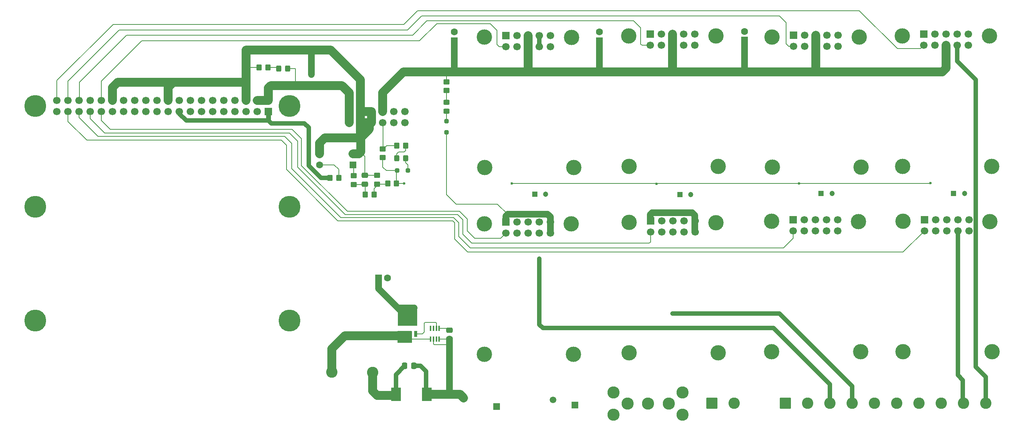
<source format=gbr>
%TF.GenerationSoftware,KiCad,Pcbnew,9.0.3*%
%TF.CreationDate,2025-07-22T13:00:59-05:00*%
%TF.ProjectId,Garden PCB,47617264-656e-4205-9043-422e6b696361,rev?*%
%TF.SameCoordinates,Original*%
%TF.FileFunction,Copper,L1,Top*%
%TF.FilePolarity,Positive*%
%FSLAX46Y46*%
G04 Gerber Fmt 4.6, Leading zero omitted, Abs format (unit mm)*
G04 Created by KiCad (PCBNEW 9.0.3) date 2025-07-22 13:00:59*
%MOMM*%
%LPD*%
G01*
G04 APERTURE LIST*
G04 Aperture macros list*
%AMRoundRect*
0 Rectangle with rounded corners*
0 $1 Rounding radius*
0 $2 $3 $4 $5 $6 $7 $8 $9 X,Y pos of 4 corners*
0 Add a 4 corners polygon primitive as box body*
4,1,4,$2,$3,$4,$5,$6,$7,$8,$9,$2,$3,0*
0 Add four circle primitives for the rounded corners*
1,1,$1+$1,$2,$3*
1,1,$1+$1,$4,$5*
1,1,$1+$1,$6,$7*
1,1,$1+$1,$8,$9*
0 Add four rect primitives between the rounded corners*
20,1,$1+$1,$2,$3,$4,$5,0*
20,1,$1+$1,$4,$5,$6,$7,0*
20,1,$1+$1,$6,$7,$8,$9,0*
20,1,$1+$1,$8,$9,$2,$3,0*%
G04 Aperture macros list end*
%TA.AperFunction,Conductor*%
%ADD10C,0.200000*%
%TD*%
%TA.AperFunction,SMDPad,CuDef*%
%ADD11R,2.200000X3.150000*%
%TD*%
%TA.AperFunction,ComponentPad*%
%ADD12C,2.600000*%
%TD*%
%TA.AperFunction,ConnectorPad*%
%ADD13C,3.500000*%
%TD*%
%TA.AperFunction,SMDPad,CuDef*%
%ADD14RoundRect,0.250000X-0.475000X0.337500X-0.475000X-0.337500X0.475000X-0.337500X0.475000X0.337500X0*%
%TD*%
%TA.AperFunction,ComponentPad*%
%ADD15R,1.700000X1.700000*%
%TD*%
%TA.AperFunction,ComponentPad*%
%ADD16C,1.700000*%
%TD*%
%TA.AperFunction,ComponentPad*%
%ADD17C,0.800000*%
%TD*%
%TA.AperFunction,ComponentPad*%
%ADD18C,5.000000*%
%TD*%
%TA.AperFunction,SMDPad,CuDef*%
%ADD19RoundRect,0.250000X0.325000X0.450000X-0.325000X0.450000X-0.325000X-0.450000X0.325000X-0.450000X0*%
%TD*%
%TA.AperFunction,SMDPad,CuDef*%
%ADD20RoundRect,0.250000X0.475000X-0.337500X0.475000X0.337500X-0.475000X0.337500X-0.475000X-0.337500X0*%
%TD*%
%TA.AperFunction,SMDPad,CuDef*%
%ADD21RoundRect,0.250000X-0.450000X0.350000X-0.450000X-0.350000X0.450000X-0.350000X0.450000X0.350000X0*%
%TD*%
%TA.AperFunction,SMDPad,CuDef*%
%ADD22RoundRect,0.250000X0.250000X-0.250000X0.250000X0.250000X-0.250000X0.250000X-0.250000X-0.250000X0*%
%TD*%
%TA.AperFunction,SMDPad,CuDef*%
%ADD23RoundRect,0.250000X-0.350000X-0.450000X0.350000X-0.450000X0.350000X0.450000X-0.350000X0.450000X0*%
%TD*%
%TA.AperFunction,ComponentPad*%
%ADD24R,1.200000X1.200000*%
%TD*%
%TA.AperFunction,ComponentPad*%
%ADD25C,1.200000*%
%TD*%
%TA.AperFunction,ComponentPad*%
%ADD26RoundRect,0.250000X0.550000X0.550000X-0.550000X0.550000X-0.550000X-0.550000X0.550000X-0.550000X0*%
%TD*%
%TA.AperFunction,ComponentPad*%
%ADD27C,1.600000*%
%TD*%
%TA.AperFunction,ComponentPad*%
%ADD28RoundRect,0.250000X0.550000X-0.550000X0.550000X0.550000X-0.550000X0.550000X-0.550000X-0.550000X0*%
%TD*%
%TA.AperFunction,SMDPad,CuDef*%
%ADD29RoundRect,0.250000X-0.337500X-0.475000X0.337500X-0.475000X0.337500X0.475000X-0.337500X0.475000X0*%
%TD*%
%TA.AperFunction,ComponentPad*%
%ADD30RoundRect,0.250000X-0.550000X-0.550000X0.550000X-0.550000X0.550000X0.550000X-0.550000X0.550000X0*%
%TD*%
%TA.AperFunction,SMDPad,CuDef*%
%ADD31RoundRect,0.250000X0.450000X-0.325000X0.450000X0.325000X-0.450000X0.325000X-0.450000X-0.325000X0*%
%TD*%
%TA.AperFunction,ComponentPad*%
%ADD32R,1.515000X1.515000*%
%TD*%
%TA.AperFunction,ComponentPad*%
%ADD33C,1.515000*%
%TD*%
%TA.AperFunction,SMDPad,CuDef*%
%ADD34R,0.450000X1.200000*%
%TD*%
%TA.AperFunction,SMDPad,CuDef*%
%ADD35RoundRect,0.250000X-0.250000X-0.250000X0.250000X-0.250000X0.250000X0.250000X-0.250000X0.250000X0*%
%TD*%
%TA.AperFunction,ComponentPad*%
%ADD36C,2.775000*%
%TD*%
%TA.AperFunction,SMDPad,CuDef*%
%ADD37R,0.710000X1.372000*%
%TD*%
%TA.AperFunction,SMDPad,CuDef*%
%ADD38R,0.710000X0.590000*%
%TD*%
%TA.AperFunction,SMDPad,CuDef*%
%ADD39R,4.520000X3.850000*%
%TD*%
%TA.AperFunction,ComponentPad*%
%ADD40RoundRect,0.250000X-1.050000X-1.050000X1.050000X-1.050000X1.050000X1.050000X-1.050000X1.050000X0*%
%TD*%
%TA.AperFunction,SMDPad,CuDef*%
%ADD41RoundRect,0.250000X0.450000X-0.350000X0.450000X0.350000X-0.450000X0.350000X-0.450000X-0.350000X0*%
%TD*%
%TA.AperFunction,SMDPad,CuDef*%
%ADD42RoundRect,0.250000X0.350000X0.450000X-0.350000X0.450000X-0.350000X-0.450000X0.350000X-0.450000X0*%
%TD*%
%TA.AperFunction,ViaPad*%
%ADD43C,0.600000*%
%TD*%
%TA.AperFunction,Conductor*%
%ADD44C,2.032000*%
%TD*%
%TA.AperFunction,Conductor*%
%ADD45C,1.524000*%
%TD*%
%TA.AperFunction,Conductor*%
%ADD46C,1.016000*%
%TD*%
G04 APERTURE END LIST*
%TO.N,Net-(IC1-EN)*%
D10*
X166695000Y-147635000D02*
X169795000Y-147635000D01*
X169795000Y-150135000D01*
X166695000Y-150135000D01*
X166695000Y-147635000D01*
%TA.AperFunction,Conductor*%
G36*
X166695000Y-147635000D02*
G01*
X169795000Y-147635000D01*
X169795000Y-150135000D01*
X166695000Y-150135000D01*
X166695000Y-147635000D01*
G37*
%TD.AperFunction*%
%TD*%
D11*
%TO.P,TVS1,1,1*%
%TO.N,Net-(C6-Pad1)*%
X166300000Y-162050000D03*
%TO.P,TVS1,2,2*%
%TO.N,GND*%
X173300000Y-162050000D03*
%TD*%
D12*
%TO.P,REF\u002A\u002A,1*%
%TO.N,N/C*%
X251950000Y-122480000D03*
D13*
X251950000Y-122480000D03*
%TD*%
D12*
%TO.P,REF\u002A\u002A,1*%
%TO.N,N/C*%
X301650000Y-80150000D03*
D13*
X301650000Y-80150000D03*
%TD*%
D14*
%TO.P,VCAP1,1*%
%TO.N,Net-(IC1-SOURCE)*%
X178495000Y-147347500D03*
%TO.P,VCAP1,2*%
%TO.N,GND*%
X178495000Y-149422500D03*
%TD*%
D15*
%TO.P,J8,1,Pin_1*%
%TO.N,GND*%
X256850000Y-122110000D03*
D16*
%TO.P,J8,2,Pin_2*%
%TO.N,/GPIO19*%
X256850000Y-124650000D03*
%TO.P,J8,3,Pin_3*%
%TO.N,unconnected-(J8-Pin_3-Pad3)*%
X259390000Y-122110000D03*
%TO.P,J8,4,Pin_4*%
%TO.N,/FAIL*%
X259390000Y-124650000D03*
%TO.P,J8,5,Pin_5*%
%TO.N,+12V*%
X261930000Y-122110000D03*
%TO.P,J8,6,Pin_6*%
X261930000Y-124650000D03*
%TO.P,J8,7,Pin_7*%
%TO.N,/OUT5*%
X264470000Y-122110000D03*
%TO.P,J8,8,Pin_8*%
X264470000Y-124650000D03*
%TO.P,J8,9,Pin_9*%
%TO.N,GND*%
X267010000Y-122110000D03*
%TO.P,J8,10,Pin_10*%
X267010000Y-124650000D03*
%TD*%
D17*
%TO.P,MH5,1*%
%TO.N,N/C*%
X82125000Y-145150000D03*
X82674175Y-143824175D03*
X82674175Y-146475825D03*
X84000000Y-143275000D03*
D18*
X84000000Y-145150000D03*
D17*
X84000000Y-147025000D03*
X85325825Y-143824175D03*
X85325825Y-146475825D03*
X85875000Y-145150000D03*
%TD*%
%TO.P,MH3,1*%
%TO.N,N/C*%
X140125000Y-119200000D03*
X140674175Y-117874175D03*
X140674175Y-120525825D03*
X142000000Y-117325000D03*
D18*
X142000000Y-119200000D03*
D17*
X142000000Y-121075000D03*
X143325825Y-117874175D03*
X143325825Y-120525825D03*
X143875000Y-119200000D03*
%TD*%
D19*
%TO.P,LED1,1,K*%
%TO.N,Net-(D2-A)*%
X168500000Y-108075000D03*
%TO.P,LED1,2,A*%
%TO.N,Net-(LED1-A)*%
X166450000Y-108075000D03*
%TD*%
D15*
%TO.P,J1,1,Pin_1*%
%TO.N,+3V3*%
X137180000Y-97450000D03*
D16*
%TO.P,J1,2,Pin_2*%
%TO.N,+5V*%
X137180000Y-94910000D03*
%TO.P,J1,3,Pin_3*%
%TO.N,/GPIO2{slash}SDA1*%
X134640000Y-97450000D03*
%TO.P,J1,4,Pin_4*%
%TO.N,+5V*%
X134640000Y-94910000D03*
%TO.P,J1,5,Pin_5*%
%TO.N,/GPIO3{slash}SCL1*%
X132100000Y-97450000D03*
%TO.P,J1,6,Pin_6*%
%TO.N,GND*%
X132100000Y-94910000D03*
%TO.P,J1,7,Pin_7*%
%TO.N,/GPIO4{slash}GPCLK0*%
X129560000Y-97450000D03*
%TO.P,J1,8,Pin_8*%
%TO.N,/GPIO14{slash}TXD0*%
X129560000Y-94910000D03*
%TO.P,J1,9,Pin_9*%
%TO.N,GND*%
X127020000Y-97450000D03*
%TO.P,J1,10,Pin_10*%
%TO.N,/GPIO15{slash}RXD0*%
X127020000Y-94910000D03*
%TO.P,J1,11,Pin_11*%
%TO.N,/GPIO17*%
X124480000Y-97450000D03*
%TO.P,J1,12,Pin_12*%
%TO.N,/GPIO18{slash}PCM.CLK*%
X124480000Y-94910000D03*
%TO.P,J1,13,Pin_13*%
%TO.N,/GPIO27*%
X121940000Y-97450000D03*
%TO.P,J1,14,Pin_14*%
%TO.N,GND*%
X121940000Y-94910000D03*
%TO.P,J1,15,Pin_15*%
%TO.N,/GPIO22*%
X119400000Y-97450000D03*
%TO.P,J1,16,Pin_16*%
%TO.N,/GPIO23*%
X119400000Y-94910000D03*
%TO.P,J1,17,Pin_17*%
%TO.N,+3V3*%
X116860000Y-97450000D03*
%TO.P,J1,18,Pin_18*%
%TO.N,/GPIO24*%
X116860000Y-94910000D03*
%TO.P,J1,19,Pin_19*%
%TO.N,/GPIO10{slash}SPI0.MOSI*%
X114320000Y-97450000D03*
%TO.P,J1,20,Pin_20*%
%TO.N,GND*%
X114320000Y-94910000D03*
%TO.P,J1,21,Pin_21*%
%TO.N,/GPIO9{slash}SPI0.MISO*%
X111780000Y-97450000D03*
%TO.P,J1,22,Pin_22*%
%TO.N,/GPIO25*%
X111780000Y-94910000D03*
%TO.P,J1,23,Pin_23*%
%TO.N,/GPIO11{slash}SPI0.SCLK*%
X109240000Y-97450000D03*
%TO.P,J1,24,Pin_24*%
%TO.N,/GPIO8{slash}SPI0.CE0*%
X109240000Y-94910000D03*
%TO.P,J1,25,Pin_25*%
%TO.N,GND*%
X106700000Y-97450000D03*
%TO.P,J1,26,Pin_26*%
%TO.N,/GPIO7{slash}SPI0.CE1*%
X106700000Y-94910000D03*
%TO.P,J1,27,Pin_27*%
%TO.N,/ID_SDA*%
X104160000Y-97450000D03*
%TO.P,J1,28,Pin_28*%
%TO.N,/ID_SCL*%
X104160000Y-94910000D03*
%TO.P,J1,29,Pin_29*%
%TO.N,/GPIO5*%
X101620000Y-97450000D03*
%TO.P,J1,30,Pin_30*%
%TO.N,GND*%
X101620000Y-94910000D03*
%TO.P,J1,31,Pin_31*%
%TO.N,/GPIO6*%
X99080000Y-97450000D03*
%TO.P,J1,32,Pin_32*%
%TO.N,/GPIO12*%
X99080000Y-94910000D03*
%TO.P,J1,33,Pin_33*%
%TO.N,/GPIO13*%
X96540000Y-97450000D03*
%TO.P,J1,34,Pin_34*%
%TO.N,GND*%
X96540000Y-94910000D03*
%TO.P,J1,35,Pin_35*%
%TO.N,/GPIO19*%
X94000000Y-97450000D03*
%TO.P,J1,36,Pin_36*%
%TO.N,/GPIO16*%
X94000000Y-94910000D03*
%TO.P,J1,37,Pin_37*%
%TO.N,/GPIO26*%
X91460000Y-97450000D03*
%TO.P,J1,38,Pin_38*%
%TO.N,/GPIO20*%
X91460000Y-94910000D03*
%TO.P,J1,39,Pin_39*%
%TO.N,GND*%
X88920000Y-97450000D03*
%TO.P,J1,40,Pin_40*%
%TO.N,/GPIO21*%
X88920000Y-94910000D03*
%TD*%
D20*
%TO.P,C3,1*%
%TO.N,Net-(C3-Pad1)*%
X159200000Y-114025000D03*
%TO.P,C3,2*%
%TO.N,GND*%
X159200000Y-111950000D03*
%TD*%
D15*
%TO.P,J9,1,Pin_1*%
%TO.N,GND*%
X286700000Y-79730000D03*
D16*
%TO.P,J9,2,Pin_2*%
%TO.N,/GPIO21*%
X286700000Y-82270000D03*
%TO.P,J9,3,Pin_3*%
%TO.N,unconnected-(J9-Pin_3-Pad3)*%
X289240000Y-79730000D03*
%TO.P,J9,4,Pin_4*%
%TO.N,/FAIL*%
X289240000Y-82270000D03*
%TO.P,J9,5,Pin_5*%
%TO.N,+12V*%
X291780000Y-79730000D03*
%TO.P,J9,6,Pin_6*%
X291780000Y-82270000D03*
%TO.P,J9,7,Pin_7*%
%TO.N,/OUT8*%
X294320000Y-79730000D03*
%TO.P,J9,8,Pin_8*%
X294320000Y-82270000D03*
%TO.P,J9,9,Pin_9*%
%TO.N,GND*%
X296860000Y-79730000D03*
%TO.P,J9,10,Pin_10*%
X296860000Y-82270000D03*
%TD*%
D12*
%TO.P,REF\u002A\u002A,1*%
%TO.N,N/C*%
X301750000Y-122530000D03*
D13*
X301750000Y-122530000D03*
%TD*%
D15*
%TO.P,J5,1,Pin_1*%
%TO.N,GND*%
X224300000Y-79730000D03*
D16*
%TO.P,J5,2,Pin_2*%
%TO.N,/GPIO16*%
X224300000Y-82270000D03*
%TO.P,J5,3,Pin_3*%
%TO.N,unconnected-(J5-Pin_3-Pad3)*%
X226840000Y-79730000D03*
%TO.P,J5,4,Pin_4*%
%TO.N,/FAIL*%
X226840000Y-82270000D03*
%TO.P,J5,5,Pin_5*%
%TO.N,+12V*%
X229380000Y-79730000D03*
%TO.P,J5,6,Pin_6*%
X229380000Y-82270000D03*
%TO.P,J5,7,Pin_7*%
%TO.N,/OUT4*%
X231920000Y-79730000D03*
%TO.P,J5,8,Pin_8*%
X231920000Y-82270000D03*
%TO.P,J5,9,Pin_9*%
%TO.N,GND*%
X234460000Y-79730000D03*
%TO.P,J5,10,Pin_10*%
X234460000Y-82270000D03*
%TD*%
D12*
%TO.P,REF\u002A\u002A,1*%
%TO.N,N/C*%
X302250000Y-152280000D03*
D13*
X302250000Y-152280000D03*
%TD*%
D21*
%TO.P,R7,1*%
%TO.N,Net-(R7-Pad1)*%
X156600000Y-112075000D03*
%TO.P,R7,2*%
%TO.N,Net-(C3-Pad1)*%
X156600000Y-114075000D03*
%TD*%
D22*
%TO.P,D1,1,K*%
%TO.N,GND*%
X177830000Y-102150000D03*
%TO.P,D1,2,A*%
%TO.N,Net-(D1-A)*%
X177830000Y-99650000D03*
%TD*%
D12*
%TO.P,REF\u002A\u002A,1*%
%TO.N,N/C*%
X281900000Y-122480000D03*
D13*
X281900000Y-122480000D03*
%TD*%
D23*
%TO.P,R8,1*%
%TO.N,Net-(C3-Pad1)*%
X159250000Y-116375000D03*
%TO.P,R8,2*%
%TO.N,Net-(R10-Pad1)*%
X161250000Y-116375000D03*
%TD*%
D19*
%TO.P,LED3,1,K*%
%TO.N,+5V*%
X141550000Y-87550000D03*
%TO.P,LED3,2,A*%
%TO.N,Net-(LED3-A)*%
X139500000Y-87550000D03*
%TD*%
D17*
%TO.P,MH1,1*%
%TO.N,N/C*%
X82125000Y-96150000D03*
X82674175Y-94824175D03*
X82674175Y-97475825D03*
X84000000Y-94275000D03*
D18*
X84000000Y-96150000D03*
D17*
X84000000Y-98025000D03*
X85325825Y-94824175D03*
X85325825Y-97475825D03*
X85875000Y-96150000D03*
%TD*%
D24*
%TO.P,C10,1*%
%TO.N,+12V*%
X293450000Y-116150000D03*
D25*
%TO.P,C10,2*%
%TO.N,GND*%
X295950000Y-116150000D03*
%TD*%
D21*
%TO.P,R12,1*%
%TO.N,+12V*%
X163225000Y-105925000D03*
%TO.P,R12,2*%
%TO.N,/FAIL*%
X163225000Y-107925000D03*
%TD*%
D26*
%TO.P,U1,1*%
%TO.N,Net-(R7-Pad1)*%
X156470000Y-109565000D03*
D27*
%TO.P,U1,2*%
%TO.N,GND*%
X156470000Y-107025000D03*
%TO.P,U1,3*%
X148850000Y-107025000D03*
%TO.P,U1,4*%
%TO.N,/GPIO17*%
X148850000Y-109565000D03*
%TD*%
D15*
%TO.P,J7,1,Pin_1*%
%TO.N,GND*%
X256950000Y-79980000D03*
D16*
%TO.P,J7,2,Pin_2*%
%TO.N,/GPIO20*%
X256950000Y-82520000D03*
%TO.P,J7,3,Pin_3*%
%TO.N,unconnected-(J7-Pin_3-Pad3)*%
X259490000Y-79980000D03*
%TO.P,J7,4,Pin_4*%
%TO.N,/FAIL*%
X259490000Y-82520000D03*
%TO.P,J7,5,Pin_5*%
%TO.N,+12V*%
X262030000Y-79980000D03*
%TO.P,J7,6,Pin_6*%
X262030000Y-82520000D03*
%TO.P,J7,7,Pin_7*%
%TO.N,/OUT6*%
X264570000Y-79980000D03*
%TO.P,J7,8,Pin_8*%
X264570000Y-82520000D03*
%TO.P,J7,9,Pin_9*%
%TO.N,GND*%
X267110000Y-79980000D03*
%TO.P,J7,10,Pin_10*%
X267110000Y-82520000D03*
%TD*%
D12*
%TO.P,REF\u002A\u002A,1*%
%TO.N,N/C*%
X206800000Y-110200000D03*
D13*
X206800000Y-110200000D03*
%TD*%
D15*
%TO.P,J3,1,Pin_1*%
%TO.N,GND*%
X191300000Y-122680000D03*
D16*
%TO.P,J3,2,Pin_2*%
%TO.N,/GPIO6*%
X191300000Y-125220000D03*
%TO.P,J3,3,Pin_3*%
%TO.N,unconnected-(J3-Pin_3-Pad3)*%
X193840000Y-122680000D03*
%TO.P,J3,4,Pin_4*%
%TO.N,/FAIL*%
X193840000Y-125220000D03*
%TO.P,J3,5,Pin_5*%
%TO.N,+12V*%
X196380000Y-122680000D03*
%TO.P,J3,6,Pin_6*%
X196380000Y-125220000D03*
%TO.P,J3,7,Pin_7*%
%TO.N,/OUT1*%
X198920000Y-122680000D03*
%TO.P,J3,8,Pin_8*%
X198920000Y-125220000D03*
%TO.P,J3,9,Pin_9*%
%TO.N,GND*%
X201460000Y-122680000D03*
%TO.P,J3,10,Pin_10*%
X201460000Y-125220000D03*
%TD*%
D12*
%TO.P,REF\u002A\u002A,1*%
%TO.N,N/C*%
X186450000Y-152850000D03*
D13*
X186450000Y-152850000D03*
%TD*%
D28*
%TO.P,C1,1*%
%TO.N,+12V*%
X179550000Y-81205113D03*
D27*
%TO.P,C1,2*%
%TO.N,GND*%
X179550000Y-79205113D03*
%TD*%
D12*
%TO.P,REF\u002A\u002A,1*%
%TO.N,N/C*%
X186400000Y-123050000D03*
D13*
X186400000Y-123050000D03*
%TD*%
D15*
%TO.P,J10,1,Pin_1*%
%TO.N,GND*%
X286800000Y-122110000D03*
D16*
%TO.P,J10,2,Pin_2*%
%TO.N,/GPIO26*%
X286800000Y-124650000D03*
%TO.P,J10,3,Pin_3*%
%TO.N,unconnected-(J10-Pin_3-Pad3)*%
X289340000Y-122110000D03*
%TO.P,J10,4,Pin_4*%
%TO.N,/FAIL*%
X289340000Y-124650000D03*
%TO.P,J10,5,Pin_5*%
%TO.N,+12V*%
X291880000Y-122110000D03*
%TO.P,J10,6,Pin_6*%
X291880000Y-124650000D03*
%TO.P,J10,7,Pin_7*%
%TO.N,/OUT7*%
X294420000Y-122110000D03*
%TO.P,J10,8,Pin_8*%
X294420000Y-124650000D03*
%TO.P,J10,9,Pin_9*%
%TO.N,GND*%
X296960000Y-122110000D03*
%TO.P,J10,10,Pin_10*%
X296960000Y-124650000D03*
%TD*%
D29*
%TO.P,C6,1*%
%TO.N,Net-(C6-Pad1)*%
X168262500Y-155525000D03*
%TO.P,C6,2*%
%TO.N,GND*%
X170337500Y-155525000D03*
%TD*%
D17*
%TO.P,MH2,1*%
%TO.N,N/C*%
X140125000Y-96150000D03*
X140674175Y-94824175D03*
X140674175Y-97475825D03*
X142000000Y-94275000D03*
D18*
X142000000Y-96150000D03*
D17*
X142000000Y-98025000D03*
X143325825Y-94824175D03*
X143325825Y-97475825D03*
X143875000Y-96150000D03*
%TD*%
D30*
%TO.P,C8,1*%
%TO.N,+12V*%
X162294888Y-135400000D03*
D27*
%TO.P,C8,2*%
%TO.N,GND*%
X164294888Y-135400000D03*
%TD*%
D12*
%TO.P,REF\u002A\u002A,1*%
%TO.N,N/C*%
X252050000Y-80350000D03*
D13*
X252050000Y-80350000D03*
%TD*%
D12*
%TO.P,REF\u002A\u002A,1*%
%TO.N,N/C*%
X239750000Y-109900000D03*
D13*
X239750000Y-109900000D03*
%TD*%
D12*
%TO.P,REF\u002A\u002A,1*%
%TO.N,N/C*%
X219450000Y-109900000D03*
D13*
X219450000Y-109900000D03*
%TD*%
D12*
%TO.P,REF\u002A\u002A,1*%
%TO.N,N/C*%
X252000000Y-152280000D03*
D13*
X252000000Y-152280000D03*
%TD*%
D31*
%TO.P,LED2,1,K*%
%TO.N,Net-(D1-A)*%
X177830000Y-97310000D03*
%TO.P,LED2,2,A*%
%TO.N,Net-(LED2-A)*%
X177830000Y-95260000D03*
%TD*%
D12*
%TO.P,REF\u002A\u002A,1*%
%TO.N,N/C*%
X206250000Y-123100000D03*
D13*
X206250000Y-123100000D03*
%TD*%
D17*
%TO.P,MH6,1*%
%TO.N,N/C*%
X140125000Y-145150000D03*
X140674175Y-143824175D03*
X140674175Y-146475825D03*
X142000000Y-143275000D03*
D18*
X142000000Y-145150000D03*
D17*
X142000000Y-147025000D03*
X143325825Y-143824175D03*
X143325825Y-146475825D03*
X143875000Y-145150000D03*
%TD*%
D12*
%TO.P,REF\u002A\u002A,1*%
%TO.N,N/C*%
X302150000Y-109900000D03*
D13*
X302150000Y-109900000D03*
%TD*%
D24*
%TO.P,C11,1*%
%TO.N,+12V*%
X231025000Y-116375000D03*
D25*
%TO.P,C11,2*%
%TO.N,GND*%
X233525000Y-116375000D03*
%TD*%
D24*
%TO.P,C7,1*%
%TO.N,+5V*%
X147000000Y-91400000D03*
D25*
%TO.P,C7,2*%
%TO.N,GND*%
X147000000Y-88900000D03*
%TD*%
D32*
%TO.P,RV1,1,1*%
%TO.N,Net-(C6-Pad1)*%
X189200000Y-164825000D03*
D33*
%TO.P,RV1,2,2*%
%TO.N,GND*%
X181700000Y-162825000D03*
%TD*%
D12*
%TO.P,REF\u002A\u002A,1*%
%TO.N,N/C*%
X206300000Y-80450000D03*
D13*
X206300000Y-80450000D03*
%TD*%
D15*
%TO.P,J6,1,Pin_1*%
%TO.N,GND*%
X224330000Y-122380000D03*
D16*
%TO.P,J6,2,Pin_2*%
%TO.N,/GPIO13*%
X224330000Y-124920000D03*
%TO.P,J6,3,Pin_3*%
%TO.N,unconnected-(J6-Pin_3-Pad3)*%
X226870000Y-122380000D03*
%TO.P,J6,4,Pin_4*%
%TO.N,/FAIL*%
X226870000Y-124920000D03*
%TO.P,J6,5,Pin_5*%
%TO.N,+12V*%
X229410000Y-122380000D03*
%TO.P,J6,6,Pin_6*%
X229410000Y-124920000D03*
%TO.P,J6,7,Pin_7*%
%TO.N,/OUT3*%
X231950000Y-122380000D03*
%TO.P,J6,8,Pin_8*%
X231950000Y-124920000D03*
%TO.P,J6,9,Pin_9*%
%TO.N,GND*%
X234490000Y-122380000D03*
%TO.P,J6,10,Pin_10*%
X234490000Y-124920000D03*
%TD*%
D17*
%TO.P,MH4,1*%
%TO.N,N/C*%
X82125000Y-119200000D03*
X82674175Y-117874175D03*
X82674175Y-120525825D03*
X84000000Y-117325000D03*
D18*
X84000000Y-119200000D03*
D17*
X84000000Y-121075000D03*
X85325825Y-117874175D03*
X85325825Y-120525825D03*
X85875000Y-119200000D03*
%TD*%
D34*
%TO.P,IC1,1,EN*%
%TO.N,Net-(IC1-EN)*%
X174170000Y-149435000D03*
%TO.P,IC1,2,GND*%
%TO.N,GND*%
X174820000Y-149435000D03*
%TO.P,IC1,3,N.C_1*%
%TO.N,unconnected-(IC1-N.C_1-Pad3)*%
X175470000Y-149435000D03*
%TO.P,IC1,4,VCAP*%
%TO.N,GND*%
X176120000Y-149435000D03*
%TO.P,IC1,5,SOURCE*%
%TO.N,Net-(IC1-SOURCE)*%
X176120000Y-146935000D03*
%TO.P,IC1,6,GATE*%
%TO.N,Net-(IC1-GATE)*%
X175470000Y-146935000D03*
%TO.P,IC1,7,N.C_2*%
%TO.N,unconnected-(IC1-N.C_2-Pad7)*%
X174820000Y-146935000D03*
%TO.P,IC1,8,N.C_3*%
%TO.N,unconnected-(IC1-N.C_3-Pad8)*%
X174170000Y-146935000D03*
%TD*%
D12*
%TO.P,L1,1,1*%
%TO.N,Net-(C6-Pad1)*%
X160950000Y-157050000D03*
%TO.P,L1,2,2*%
%TO.N,Net-(IC1-EN)*%
X151620000Y-156970000D03*
%TD*%
D15*
%TO.P,J4,1,Pin_1*%
%TO.N,GND*%
X191350000Y-80030000D03*
D16*
%TO.P,J4,2,Pin_2*%
%TO.N,/GPIO12*%
X191350000Y-82570000D03*
%TO.P,J4,3,Pin_3*%
%TO.N,unconnected-(J4-Pin_3-Pad3)*%
X193890000Y-80030000D03*
%TO.P,J4,4,Pin_4*%
%TO.N,/FAIL*%
X193890000Y-82570000D03*
%TO.P,J4,5,Pin_5*%
%TO.N,+12V*%
X196430000Y-80030000D03*
%TO.P,J4,6,Pin_6*%
X196430000Y-82570000D03*
%TO.P,J4,7,Pin_7*%
%TO.N,/OUT2*%
X198970000Y-80030000D03*
%TO.P,J4,8,Pin_8*%
X198970000Y-82570000D03*
%TO.P,J4,9,Pin_9*%
%TO.N,GND*%
X201510000Y-80030000D03*
%TO.P,J4,10,Pin_10*%
X201510000Y-82570000D03*
%TD*%
D12*
%TO.P,REF\u002A\u002A,1*%
%TO.N,N/C*%
X219430000Y-122750000D03*
D13*
X219430000Y-122750000D03*
%TD*%
D24*
%TO.P,C5,1*%
%TO.N,+12V*%
X197925000Y-116300000D03*
D25*
%TO.P,C5,2*%
%TO.N,GND*%
X200425000Y-116300000D03*
%TD*%
D12*
%TO.P,REF\u002A\u002A,1*%
%TO.N,N/C*%
X219400000Y-80100000D03*
D13*
X219400000Y-80100000D03*
%TD*%
D12*
%TO.P,REF\u002A\u002A,1*%
%TO.N,N/C*%
X239280000Y-122800000D03*
D13*
X239280000Y-122800000D03*
%TD*%
D15*
%TO.P,J2,1,Pin_1*%
%TO.N,+5V*%
X155575000Y-97435000D03*
D16*
%TO.P,J2,2,Pin_2*%
X155575000Y-99975000D03*
%TO.P,J2,3,Pin_3*%
%TO.N,GND*%
X158115000Y-97435000D03*
%TO.P,J2,4,Pin_4*%
X158115000Y-99975000D03*
%TO.P,J2,5,Pin_5*%
X160655000Y-97435000D03*
%TO.P,J2,6,Pin_6*%
X160655000Y-99975000D03*
%TO.P,J2,7,Pin_7*%
%TO.N,+12V*%
X163195000Y-97435000D03*
%TO.P,J2,8,Pin_8*%
X163195000Y-99975000D03*
%TO.P,J2,9,Pin_9*%
%TO.N,unconnected-(J2-Pin_9-Pad9)*%
X165735000Y-97435000D03*
%TO.P,J2,10,Pin_10*%
%TO.N,unconnected-(J2-Pin_10-Pad10)*%
X165735000Y-99975000D03*
%TO.P,J2,11,Pin_11*%
%TO.N,unconnected-(J2-Pin_11-Pad11)*%
X168275000Y-97435000D03*
%TO.P,J2,12,Pin_12*%
%TO.N,unconnected-(J2-Pin_12-Pad12)*%
X168275000Y-99975000D03*
%TD*%
D12*
%TO.P,REF\u002A\u002A,1*%
%TO.N,N/C*%
X281850000Y-109900000D03*
D13*
X281850000Y-109900000D03*
%TD*%
D32*
%TO.P,F1,1,1*%
%TO.N,Net-(SW1-B)*%
X207125000Y-164475000D03*
D33*
%TO.P,F1,2,2*%
%TO.N,Net-(C6-Pad1)*%
X202075000Y-163305000D03*
%TD*%
D12*
%TO.P,REF\u002A\u002A,1*%
%TO.N,N/C*%
X186500000Y-110200000D03*
D13*
X186500000Y-110200000D03*
%TD*%
D12*
%TO.P,REF\u002A\u002A,1*%
%TO.N,N/C*%
X239780000Y-152550000D03*
D13*
X239780000Y-152550000D03*
%TD*%
D12*
%TO.P,REF\u002A\u002A,1*%
%TO.N,N/C*%
X281800000Y-80100000D03*
D13*
X281800000Y-80100000D03*
%TD*%
D35*
%TO.P,D2,1,K*%
%TO.N,/FAIL*%
X166500000Y-110875000D03*
%TO.P,D2,2,A*%
%TO.N,Net-(D2-A)*%
X169000000Y-110875000D03*
%TD*%
D36*
%TO.P,SW1,1*%
%TO.N,N/C*%
X219075500Y-164117500D03*
%TO.P,SW1,2,B*%
%TO.N,Net-(SW1-B)*%
X223775500Y-164117500D03*
%TO.P,SW1,3,A*%
%TO.N,Net-(J12-Pin_1)*%
X228475500Y-164117500D03*
%TO.P,SW1,MH1*%
%TO.N,N/C*%
X215900500Y-166657500D03*
%TO.P,SW1,MH2*%
X215900500Y-161577500D03*
%TO.P,SW1,MH3*%
X231650500Y-166657500D03*
%TO.P,SW1,MH4*%
X231650500Y-161577500D03*
%TD*%
D23*
%TO.P,R10,1*%
%TO.N,Net-(R10-Pad1)*%
X164400000Y-113875000D03*
%TO.P,R10,2*%
%TO.N,/FAIL*%
X166400000Y-113875000D03*
%TD*%
D37*
%TO.P,Q1,1,S_1*%
%TO.N,Net-(IC1-EN)*%
X166990000Y-148206000D03*
%TO.P,Q1,2,S_2*%
X168260000Y-148206000D03*
%TO.P,Q1,3,S_3*%
X169530000Y-148206000D03*
%TO.P,Q1,4,G*%
%TO.N,Net-(IC1-GATE)*%
X170800000Y-148206000D03*
D38*
%TO.P,Q1,5,D_1*%
%TO.N,+12V*%
X170800000Y-142275000D03*
%TO.P,Q1,6,D_2*%
X169530000Y-142275000D03*
%TO.P,Q1,7,D_3*%
X168260000Y-142275000D03*
%TO.P,Q1,8,D_4*%
X166990000Y-142275000D03*
D39*
%TO.P,Q1,9,D_5*%
X168895000Y-144494000D03*
%TD*%
D12*
%TO.P,REF\u002A\u002A,1*%
%TO.N,N/C*%
X271800000Y-122530000D03*
D13*
X271800000Y-122530000D03*
%TD*%
D12*
%TO.P,REF\u002A\u002A,1*%
%TO.N,N/C*%
X219480000Y-152550000D03*
D13*
X219480000Y-152550000D03*
%TD*%
D12*
%TO.P,REF\u002A\u002A,1*%
%TO.N,N/C*%
X271900000Y-80400000D03*
D13*
X271900000Y-80400000D03*
%TD*%
D28*
%TO.P,C2,1*%
%TO.N,+12V*%
X212700000Y-81205113D03*
D27*
%TO.P,C2,2*%
%TO.N,GND*%
X212700000Y-79205113D03*
%TD*%
D28*
%TO.P,C4,1*%
%TO.N,+12V*%
X245750000Y-81100000D03*
D27*
%TO.P,C4,2*%
%TO.N,GND*%
X245750000Y-79100000D03*
%TD*%
D12*
%TO.P,REF\u002A\u002A,1*%
%TO.N,N/C*%
X281950000Y-152280000D03*
D13*
X281950000Y-152280000D03*
%TD*%
D40*
%TO.P,J12,1,Pin_1*%
%TO.N,Net-(J12-Pin_1)*%
X238305000Y-164072500D03*
D12*
%TO.P,J12,2,Pin_2*%
%TO.N,GND*%
X243385000Y-164072500D03*
%TD*%
D23*
%TO.P,R2,1*%
%TO.N,GND*%
X135050000Y-87350000D03*
%TO.P,R2,2*%
%TO.N,Net-(LED3-A)*%
X137050000Y-87350000D03*
%TD*%
D12*
%TO.P,REF\u002A\u002A,1*%
%TO.N,N/C*%
X272400000Y-110150000D03*
D13*
X272400000Y-110150000D03*
%TD*%
D21*
%TO.P,R1,1*%
%TO.N,+12V*%
X177830000Y-90600000D03*
%TO.P,R1,2*%
%TO.N,Net-(LED2-A)*%
X177830000Y-92600000D03*
%TD*%
D40*
%TO.P,J11,1,Pin_1*%
%TO.N,unconnected-(J11-Pin_1-Pad1)*%
X255090000Y-164072500D03*
D12*
%TO.P,J11,2,Pin_2*%
%TO.N,+12V*%
X260170000Y-164072500D03*
%TO.P,J11,3,Pin_3*%
%TO.N,/OUT1*%
X265250000Y-164072500D03*
%TO.P,J11,4,Pin_4*%
%TO.N,/OUT2*%
X270330000Y-164072500D03*
%TO.P,J11,5,Pin_5*%
%TO.N,/OUT3*%
X275410000Y-164072500D03*
%TO.P,J11,6,Pin_6*%
%TO.N,/OUT4*%
X280490000Y-164072500D03*
%TO.P,J11,7,Pin_7*%
%TO.N,/OUT5*%
X285570000Y-164072500D03*
%TO.P,J11,8,Pin_8*%
%TO.N,/OUT6*%
X290650000Y-164072500D03*
%TO.P,J11,9,Pin_9*%
%TO.N,/OUT7*%
X295730000Y-164072500D03*
%TO.P,J11,10,Pin_10*%
%TO.N,/OUT8*%
X300810000Y-164072500D03*
%TD*%
D41*
%TO.P,R9,1*%
%TO.N,Net-(R10-Pad1)*%
X161950000Y-113975000D03*
%TO.P,R9,2*%
%TO.N,GND*%
X161950000Y-111975000D03*
%TD*%
D12*
%TO.P,REF\u002A\u002A,1*%
%TO.N,N/C*%
X206750000Y-152850000D03*
D13*
X206750000Y-152850000D03*
%TD*%
D42*
%TO.P,R6,1*%
%TO.N,/GPIO17*%
X153225000Y-112550000D03*
%TO.P,R6,2*%
%TO.N,+3V3*%
X151225000Y-112550000D03*
%TD*%
D12*
%TO.P,REF\u002A\u002A,1*%
%TO.N,N/C*%
X252100000Y-110150000D03*
D13*
X252100000Y-110150000D03*
%TD*%
D24*
%TO.P,C9,1*%
%TO.N,+12V*%
X263250000Y-116150000D03*
D25*
%TO.P,C9,2*%
%TO.N,GND*%
X265750000Y-116150000D03*
%TD*%
D12*
%TO.P,REF\u002A\u002A,1*%
%TO.N,N/C*%
X239250000Y-80150000D03*
D13*
X239250000Y-80150000D03*
%TD*%
D12*
%TO.P,REF\u002A\u002A,1*%
%TO.N,N/C*%
X186450000Y-80400000D03*
D13*
X186450000Y-80400000D03*
%TD*%
D23*
%TO.P,R11,1*%
%TO.N,+12V*%
X166450000Y-105225000D03*
%TO.P,R11,2*%
%TO.N,Net-(LED1-A)*%
X168450000Y-105225000D03*
%TD*%
D12*
%TO.P,REF\u002A\u002A,1*%
%TO.N,N/C*%
X272300000Y-152280000D03*
D13*
X272300000Y-152280000D03*
%TD*%
D43*
%TO.N,/FAIL*%
X192689000Y-113850000D03*
X258239000Y-113825000D03*
X225719000Y-113900000D03*
X288189000Y-113775000D03*
X168125000Y-113850000D03*
%TO.N,/OUT1*%
X198975000Y-131050000D03*
%TO.N,/OUT2*%
X229350000Y-143525000D03*
%TD*%
D10*
%TO.N,+5V*%
X143310000Y-91440000D02*
X143300000Y-91450000D01*
D44*
X155575000Y-99975000D02*
X155575000Y-97435000D01*
X153925000Y-91450000D02*
X155575000Y-93100000D01*
X134640000Y-94910000D02*
X137180000Y-94910000D01*
X137750000Y-91450000D02*
X143300000Y-91450000D01*
X137180000Y-94910000D02*
X137180000Y-92020000D01*
X143300000Y-91450000D02*
X153925000Y-91450000D01*
D10*
X141560000Y-87560000D02*
X143310000Y-87560000D01*
D44*
X137180000Y-92020000D02*
X137750000Y-91450000D01*
X155575000Y-93100000D02*
X155575000Y-97435000D01*
D10*
X143310000Y-87560000D02*
X143310000Y-91440000D01*
D44*
%TO.N,GND*%
X158200000Y-102525000D02*
X158115000Y-102440000D01*
D45*
X234450000Y-121100000D02*
X234450000Y-124842081D01*
D44*
X116750000Y-90700000D02*
X132100000Y-90700000D01*
X180925000Y-162050000D02*
X181700000Y-162825000D01*
X132100000Y-83325000D02*
X147100000Y-83325000D01*
X156470000Y-107025000D02*
X157800000Y-107025000D01*
X158115000Y-102440000D02*
X158115000Y-99975000D01*
D10*
X177830000Y-116410000D02*
X179980000Y-118560000D01*
X135050000Y-87350000D02*
X132550000Y-87350000D01*
D45*
X191733000Y-120867000D02*
X200849081Y-120867000D01*
X191300000Y-122680000D02*
X191300000Y-121300000D01*
D10*
X179980000Y-118560000D02*
X189426000Y-118560000D01*
D45*
X224723000Y-120489081D02*
X233839081Y-120489081D01*
X178495000Y-150725000D02*
X178495000Y-161645000D01*
X178495000Y-161645000D02*
X178900000Y-162050000D01*
D10*
X174820000Y-149435000D02*
X174820000Y-150495000D01*
D44*
X148850000Y-107025000D02*
X148850000Y-104625000D01*
D10*
X178470000Y-150700000D02*
X178495000Y-150725000D01*
D44*
X157800000Y-107025000D02*
X158200000Y-106625000D01*
D46*
X173125000Y-161875000D02*
X173300000Y-162050000D01*
D10*
X176120000Y-149435000D02*
X178482500Y-149435000D01*
D46*
X171850000Y-155525000D02*
X173125000Y-156800000D01*
D44*
X101620000Y-91880000D02*
X102800000Y-90700000D01*
X132100000Y-87800000D02*
X132100000Y-90700000D01*
D10*
X177830000Y-102150000D02*
X177830000Y-116410000D01*
D44*
X160200000Y-101425000D02*
X160200000Y-99975000D01*
X158115000Y-99975000D02*
X160200000Y-99975000D01*
D10*
X159200000Y-107625000D02*
X158200000Y-106625000D01*
D44*
X178900000Y-162050000D02*
X180925000Y-162050000D01*
X150050000Y-103425000D02*
X158200000Y-103425000D01*
D10*
X159200000Y-111950000D02*
X161875000Y-111950000D01*
D45*
X224290000Y-122302081D02*
X224290000Y-120922081D01*
D44*
X160200000Y-99975000D02*
X160655000Y-99975000D01*
D45*
X200849081Y-120867000D02*
X201460000Y-121477919D01*
X147000000Y-83425000D02*
X147100000Y-83325000D01*
X191300000Y-121300000D02*
X191733000Y-120867000D01*
D10*
X132550000Y-87350000D02*
X132100000Y-87800000D01*
D45*
X201460000Y-121477919D02*
X201460000Y-125220000D01*
D10*
X189426000Y-118560000D02*
X191733000Y-120867000D01*
D44*
X158200000Y-103425000D02*
X160200000Y-101425000D01*
X102800000Y-90700000D02*
X116750000Y-90700000D01*
X148850000Y-104625000D02*
X150050000Y-103425000D01*
X160655000Y-97435000D02*
X160655000Y-99975000D01*
X101620000Y-94910000D02*
X101620000Y-91880000D01*
X158115000Y-97435000D02*
X160655000Y-97435000D01*
X115450000Y-90700000D02*
X116750000Y-90700000D01*
X158115000Y-90090000D02*
X158115000Y-97435000D01*
X151350000Y-83325000D02*
X158115000Y-90090000D01*
X147100000Y-83325000D02*
X151350000Y-83325000D01*
D46*
X173125000Y-156800000D02*
X173125000Y-161875000D01*
D44*
X173300000Y-162050000D02*
X178900000Y-162050000D01*
X132100000Y-87800000D02*
X132100000Y-83325000D01*
D10*
X159200000Y-112150000D02*
X159200000Y-107625000D01*
X175025000Y-150700000D02*
X178470000Y-150700000D01*
D44*
X158200000Y-103425000D02*
X158200000Y-102525000D01*
D10*
X174820000Y-150495000D02*
X175025000Y-150700000D01*
D44*
X114320000Y-91830000D02*
X115450000Y-90700000D01*
X114320000Y-94910000D02*
X114320000Y-91830000D01*
D45*
X178495000Y-149422500D02*
X178495000Y-150725000D01*
D46*
X170337500Y-155525000D02*
X171850000Y-155525000D01*
D44*
X158200000Y-106625000D02*
X158200000Y-103425000D01*
D45*
X147000000Y-88900000D02*
X147000000Y-83425000D01*
X224290000Y-120922081D02*
X224723000Y-120489081D01*
X233839081Y-120489081D02*
X234450000Y-121100000D01*
D44*
X132100000Y-90700000D02*
X132100000Y-94910000D01*
X158115000Y-99975000D02*
X158115000Y-97435000D01*
%TO.N,+12V*%
X229380000Y-79730000D02*
X229380000Y-88245000D01*
X262150000Y-88350000D02*
X262030000Y-88230000D01*
D10*
X163300000Y-105825000D02*
X163300000Y-100380000D01*
D44*
X246000000Y-88350000D02*
X262150000Y-88350000D01*
X229380000Y-88245000D02*
X229275000Y-88350000D01*
D10*
X163300000Y-100380000D02*
X163450000Y-100230000D01*
D44*
X196430000Y-88280000D02*
X196500000Y-88350000D01*
X262150000Y-88350000D02*
X290900000Y-88350000D01*
D45*
X162294888Y-135400000D02*
X162294888Y-137893888D01*
X179550000Y-88100000D02*
X179300000Y-88350000D01*
D10*
X163450000Y-105975000D02*
X164200000Y-105225000D01*
D44*
X167975000Y-88350000D02*
X163195000Y-93130000D01*
X177450000Y-88350000D02*
X167975000Y-88350000D01*
X179300000Y-88350000D02*
X177450000Y-88350000D01*
X262030000Y-88230000D02*
X262030000Y-79980000D01*
D10*
X163450000Y-105975000D02*
X163300000Y-105825000D01*
D45*
X245750000Y-81100000D02*
X245750000Y-88100000D01*
D44*
X229275000Y-88350000D02*
X246000000Y-88350000D01*
D45*
X170400000Y-142250000D02*
X170375000Y-142275000D01*
X179550000Y-81205113D02*
X179550000Y-88100000D01*
X212650000Y-82200000D02*
X212650000Y-87250000D01*
X245750000Y-88100000D02*
X246000000Y-88350000D01*
D10*
X164200000Y-105225000D02*
X166450000Y-105225000D01*
D44*
X196500000Y-88350000D02*
X179300000Y-88350000D01*
X290900000Y-88350000D02*
X291780000Y-87470000D01*
X291780000Y-87470000D02*
X291780000Y-82270000D01*
X196500000Y-88350000D02*
X229275000Y-88350000D01*
D45*
X170375000Y-142275000D02*
X166990000Y-142275000D01*
D10*
X177830000Y-90600000D02*
X177830000Y-88520000D01*
D44*
X163195000Y-93130000D02*
X163195000Y-97435000D01*
X196430000Y-80030000D02*
X196430000Y-88280000D01*
D45*
X162294888Y-137893888D02*
X168895000Y-144494000D01*
D10*
%TO.N,/FAIL*%
X167900000Y-113850000D02*
X167875000Y-113875000D01*
X163250000Y-110075000D02*
X164050000Y-110875000D01*
X166400000Y-113875000D02*
X166400000Y-110975000D01*
X287989000Y-113800000D02*
X258264000Y-113800000D01*
X167875000Y-113875000D02*
X166400000Y-113875000D01*
X288014000Y-113775000D02*
X287989000Y-113800000D01*
X288189000Y-113775000D02*
X288014000Y-113775000D01*
X163450000Y-107975000D02*
X163250000Y-108175000D01*
X258264000Y-113800000D02*
X258239000Y-113825000D01*
X164050000Y-110875000D02*
X166500000Y-110875000D01*
X258014000Y-113825000D02*
X257964000Y-113875000D01*
X192914000Y-113875000D02*
X192689000Y-113650000D01*
X258239000Y-113825000D02*
X258014000Y-113825000D01*
X163250000Y-108175000D02*
X163250000Y-110075000D01*
X257964000Y-113875000D02*
X192914000Y-113875000D01*
X168125000Y-113850000D02*
X167900000Y-113850000D01*
X192689000Y-113650000D02*
X192689000Y-113850000D01*
%TO.N,Net-(C3-Pad1)*%
X156600000Y-114075000D02*
X159050000Y-114075000D01*
X159250000Y-116375000D02*
X159250000Y-114075000D01*
%TO.N,Net-(D2-A)*%
X169000000Y-110875000D02*
X169000000Y-109575000D01*
X169000000Y-109575000D02*
X168475000Y-109050000D01*
X168475000Y-109050000D02*
X168475000Y-108375000D01*
%TO.N,/GPIO26*%
X153000000Y-122350000D02*
X141300000Y-110650000D01*
X91460000Y-99660000D02*
X91460000Y-97450000D01*
X179650000Y-126500000D02*
X179650000Y-122800000D01*
X141300000Y-105150000D02*
X140100000Y-103950000D01*
X182650000Y-129500000D02*
X179650000Y-126500000D01*
X95750000Y-103950000D02*
X91460000Y-99660000D01*
X140100000Y-103950000D02*
X95750000Y-103950000D01*
X141300000Y-110650000D02*
X141300000Y-105150000D01*
X179650000Y-122800000D02*
X179200000Y-122350000D01*
X281950000Y-129500000D02*
X182650000Y-129500000D01*
X286800000Y-124650000D02*
X281950000Y-129500000D01*
X179200000Y-122350000D02*
X153000000Y-122350000D01*
D46*
%TO.N,+3V3*%
X137200000Y-99475000D02*
X137250000Y-99525000D01*
X137250000Y-99525000D02*
X137800000Y-100075000D01*
X137200000Y-99475000D02*
X137200000Y-97470000D01*
X137180000Y-97450000D02*
X137180000Y-99455000D01*
X146375000Y-109775000D02*
X149150000Y-112550000D01*
X149150000Y-112550000D02*
X151225000Y-112550000D01*
X116860000Y-97885000D02*
X118450000Y-99475000D01*
X118450000Y-99475000D02*
X137200000Y-99475000D01*
X137800000Y-100075000D02*
X145375000Y-100075000D01*
X137180000Y-99455000D02*
X137250000Y-99525000D01*
D10*
X137250000Y-97520000D02*
X137250000Y-99525000D01*
D46*
X116860000Y-97450000D02*
X116860000Y-97885000D01*
X145375000Y-100075000D02*
X146375000Y-101075000D01*
X146375000Y-101075000D02*
X146375000Y-109775000D01*
D10*
%TO.N,/GPIO17*%
X148850000Y-109565000D02*
X152165000Y-109565000D01*
X152165000Y-109565000D02*
X153250000Y-110650000D01*
X153250000Y-110650000D02*
X153250000Y-112150000D01*
%TO.N,/GPIO12*%
X189820000Y-82570000D02*
X189300000Y-82050000D01*
X175550000Y-77350000D02*
X171650000Y-81250000D01*
X191350000Y-82570000D02*
X189820000Y-82570000D01*
X108300000Y-81250000D02*
X99080000Y-90470000D01*
X187750000Y-77350000D02*
X175550000Y-77350000D01*
X99080000Y-90470000D02*
X99080000Y-94910000D01*
X189300000Y-82050000D02*
X189300000Y-78900000D01*
X171650000Y-81250000D02*
X108300000Y-81250000D01*
X189300000Y-78900000D02*
X187750000Y-77350000D01*
%TO.N,/GPIO20*%
X255250000Y-81900000D02*
X255870000Y-82520000D01*
X172150000Y-75550000D02*
X253700000Y-75550000D01*
X103125000Y-78775000D02*
X168925000Y-78775000D01*
X253700000Y-75550000D02*
X255250000Y-77100000D01*
X255250000Y-77100000D02*
X255250000Y-81900000D01*
X91460000Y-90440000D02*
X103125000Y-78775000D01*
X91460000Y-94910000D02*
X91460000Y-90440000D01*
X255870000Y-82520000D02*
X256950000Y-82520000D01*
X168925000Y-78775000D02*
X172150000Y-75550000D01*
%TO.N,/GPIO21*%
X88920000Y-90330000D02*
X101750000Y-77500000D01*
X88920000Y-94910000D02*
X88920000Y-90330000D01*
X168050000Y-77500000D02*
X171200000Y-74350000D01*
X280650000Y-83050000D02*
X285920000Y-83050000D01*
X285920000Y-83050000D02*
X286700000Y-82270000D01*
X101750000Y-77500000D02*
X168050000Y-77500000D01*
X171200000Y-74350000D02*
X271950000Y-74350000D01*
X271950000Y-74350000D02*
X280650000Y-83050000D01*
%TO.N,/GPIO6*%
X182550000Y-124700000D02*
X184200000Y-126350000D01*
X184200000Y-126350000D02*
X190170000Y-126350000D01*
X99080000Y-97450000D02*
X99080000Y-99430000D01*
X182550000Y-122000000D02*
X182550000Y-124700000D01*
X144700000Y-109750000D02*
X155150000Y-120200000D01*
X190170000Y-126350000D02*
X191300000Y-125220000D01*
X180750000Y-120200000D02*
X182550000Y-122000000D01*
X101085000Y-101435000D02*
X142535000Y-101435000D01*
X142535000Y-101435000D02*
X144700000Y-103600000D01*
X155150000Y-120200000D02*
X180750000Y-120200000D01*
X144700000Y-103600000D02*
X144700000Y-109750000D01*
X99080000Y-99430000D02*
X101085000Y-101435000D01*
%TO.N,/GPIO16*%
X220500000Y-76700000D02*
X222100000Y-78300000D01*
X94090000Y-94910000D02*
X94090000Y-90710000D01*
X222370000Y-82270000D02*
X224300000Y-82270000D01*
X222100000Y-82000000D02*
X222370000Y-82270000D01*
X104850000Y-79950000D02*
X170050000Y-79950000D01*
X222100000Y-78300000D02*
X222100000Y-82000000D01*
X173300000Y-76700000D02*
X220500000Y-76700000D01*
X94090000Y-90710000D02*
X104850000Y-79950000D01*
X170050000Y-79950000D02*
X173300000Y-76700000D01*
%TO.N,Net-(R7-Pad1)*%
X156600000Y-112075000D02*
X156600000Y-109695000D01*
%TO.N,Net-(R10-Pad1)*%
X161250000Y-116375000D02*
X161250000Y-115025000D01*
X161950000Y-113975000D02*
X164300000Y-113975000D01*
X161250000Y-115025000D02*
X162100000Y-114175000D01*
%TO.N,Net-(LED1-A)*%
X166425000Y-107050000D02*
X166850000Y-106625000D01*
X168450000Y-106325000D02*
X168450000Y-105225000D01*
X166850000Y-106625000D02*
X168150000Y-106625000D01*
X166425000Y-108375000D02*
X166425000Y-107050000D01*
X168150000Y-106625000D02*
X168450000Y-106325000D01*
%TO.N,/GPIO13*%
X141950000Y-102300000D02*
X99850000Y-102300000D01*
X224330000Y-124920000D02*
X224330000Y-127170000D01*
X143800000Y-110100000D02*
X143800000Y-104150000D01*
X181500000Y-125450000D02*
X181500000Y-122150000D01*
X96540000Y-98990000D02*
X96540000Y-97450000D01*
X180300000Y-120950000D02*
X154650000Y-120950000D01*
X143800000Y-104150000D02*
X141950000Y-102300000D01*
X183550000Y-127500000D02*
X181500000Y-125450000D01*
X181500000Y-122150000D02*
X180300000Y-120950000D01*
X224330000Y-127170000D02*
X224000000Y-127500000D01*
X99850000Y-102300000D02*
X96540000Y-98990000D01*
X154650000Y-120950000D02*
X143800000Y-110100000D01*
X224000000Y-127500000D02*
X183550000Y-127500000D01*
%TO.N,/GPIO19*%
X179400000Y-121650000D02*
X153650000Y-121650000D01*
X142450000Y-110450000D02*
X142450000Y-104700000D01*
X180600000Y-122850000D02*
X179400000Y-121650000D01*
X142450000Y-104700000D02*
X140850000Y-103100000D01*
X140850000Y-103100000D02*
X98300000Y-103100000D01*
X254700000Y-128550000D02*
X183250000Y-128550000D01*
X256850000Y-124650000D02*
X256850000Y-126400000D01*
X98300000Y-103100000D02*
X94000000Y-98800000D01*
X153650000Y-121650000D02*
X142450000Y-110450000D01*
X94000000Y-98800000D02*
X94000000Y-97450000D01*
X180600000Y-125900000D02*
X180600000Y-122850000D01*
X183250000Y-128550000D02*
X180600000Y-125900000D01*
X256850000Y-126400000D02*
X254700000Y-128550000D01*
D46*
%TO.N,/OUT1*%
X199800000Y-146875000D02*
X252375000Y-146875000D01*
X198975000Y-146050000D02*
X199800000Y-146875000D01*
X265250000Y-159750000D02*
X265250000Y-164072500D01*
X198975000Y-131050000D02*
X198975000Y-146050000D01*
X252375000Y-146875000D02*
X265250000Y-159750000D01*
%TO.N,/OUT2*%
X253700000Y-143550000D02*
X270330000Y-160180000D01*
X198970000Y-82570000D02*
X198970000Y-80030000D01*
X270330000Y-160180000D02*
X270330000Y-164072500D01*
X229375000Y-143550000D02*
X253700000Y-143550000D01*
X229350000Y-143525000D02*
X229375000Y-143550000D01*
%TO.N,/OUT7*%
X294420000Y-157570000D02*
X294420000Y-124650000D01*
X295600000Y-163942500D02*
X295600000Y-158750000D01*
X295600000Y-158750000D02*
X294420000Y-157570000D01*
%TO.N,/OUT8*%
X294320000Y-82270000D02*
X294320000Y-85920000D01*
X298519000Y-90119000D02*
X298519000Y-155719000D01*
X298519000Y-155719000D02*
X300810000Y-158010000D01*
X294320000Y-85920000D02*
X298519000Y-90119000D01*
X300810000Y-158010000D02*
X300810000Y-164072500D01*
%TO.N,Net-(C6-Pad1)*%
X166300000Y-157487500D02*
X168262500Y-155525000D01*
D44*
X166075000Y-162275000D02*
X166300000Y-162050000D01*
X160950000Y-161250000D02*
X161975000Y-162275000D01*
D46*
X166300000Y-162050000D02*
X166300000Y-157487500D01*
D44*
X160950000Y-157050000D02*
X160950000Y-161250000D01*
X161975000Y-162275000D02*
X166075000Y-162275000D01*
D10*
%TO.N,Net-(IC1-EN)*%
X168795000Y-149435000D02*
X168245000Y-148885000D01*
X174170000Y-149435000D02*
X168795000Y-149435000D01*
D44*
X154575000Y-148600000D02*
X167960000Y-148600000D01*
X151620000Y-156970000D02*
X151620000Y-151555000D01*
X151620000Y-151555000D02*
X154575000Y-148600000D01*
X167960000Y-148600000D02*
X168245000Y-148885000D01*
D10*
%TO.N,Net-(D1-A)*%
X177830000Y-99650000D02*
X177830000Y-97440000D01*
%TO.N,Net-(LED2-A)*%
X177830000Y-95260000D02*
X177830000Y-92810000D01*
%TO.N,Net-(LED3-A)*%
X137050000Y-87350000D02*
X139300000Y-87350000D01*
%TO.N,Net-(IC1-SOURCE)*%
X176120000Y-146935000D02*
X178082500Y-146935000D01*
%TO.N,Net-(IC1-GATE)*%
X172895000Y-145585000D02*
X175295000Y-145585000D01*
X175470000Y-145760000D02*
X175470000Y-146935000D01*
X172695000Y-145785000D02*
X172895000Y-145585000D01*
X170800000Y-148206000D02*
X172274000Y-148206000D01*
X172274000Y-148206000D02*
X172695000Y-147785000D01*
X172695000Y-147785000D02*
X172695000Y-145785000D01*
X175295000Y-145585000D02*
X175470000Y-145760000D01*
%TD*%
M02*

</source>
